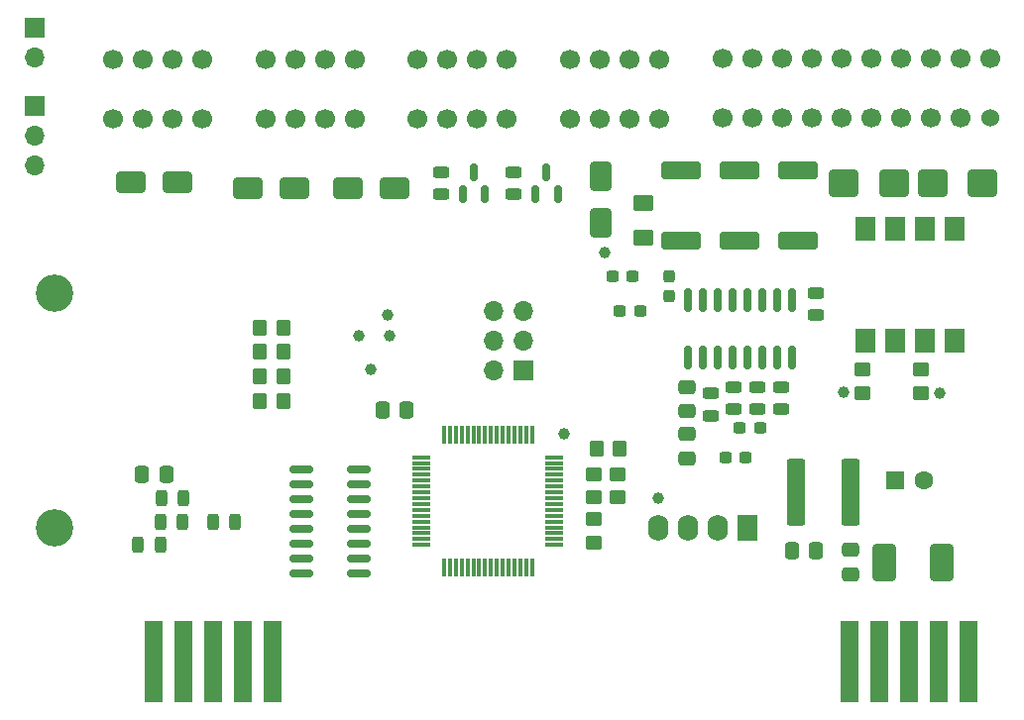
<source format=gbr>
%TF.GenerationSoftware,KiCad,Pcbnew,7.0.9*%
%TF.CreationDate,2024-06-20T13:45:24+03:00*%
%TF.ProjectId,_____ _______ _______ __________,1f3b3042-3020-4323-9d35-483d38452048,rev?*%
%TF.SameCoordinates,Original*%
%TF.FileFunction,Soldermask,Top*%
%TF.FilePolarity,Negative*%
%FSLAX46Y46*%
G04 Gerber Fmt 4.6, Leading zero omitted, Abs format (unit mm)*
G04 Created by KiCad (PCBNEW 7.0.9) date 2024-06-20 13:45:24*
%MOMM*%
%LPD*%
G01*
G04 APERTURE LIST*
G04 Aperture macros list*
%AMRoundRect*
0 Rectangle with rounded corners*
0 $1 Rounding radius*
0 $2 $3 $4 $5 $6 $7 $8 $9 X,Y pos of 4 corners*
0 Add a 4 corners polygon primitive as box body*
4,1,4,$2,$3,$4,$5,$6,$7,$8,$9,$2,$3,0*
0 Add four circle primitives for the rounded corners*
1,1,$1+$1,$2,$3*
1,1,$1+$1,$4,$5*
1,1,$1+$1,$6,$7*
1,1,$1+$1,$8,$9*
0 Add four rect primitives between the rounded corners*
20,1,$1+$1,$2,$3,$4,$5,0*
20,1,$1+$1,$4,$5,$6,$7,0*
20,1,$1+$1,$6,$7,$8,$9,0*
20,1,$1+$1,$8,$9,$2,$3,0*%
G04 Aperture macros list end*
%ADD10RoundRect,0.250000X0.450000X-0.350000X0.450000X0.350000X-0.450000X0.350000X-0.450000X-0.350000X0*%
%ADD11RoundRect,0.249999X-1.425001X0.512501X-1.425001X-0.512501X1.425001X-0.512501X1.425001X0.512501X0*%
%ADD12R,1.700000X1.700000*%
%ADD13O,1.700000X1.700000*%
%ADD14RoundRect,0.243750X0.243750X0.456250X-0.243750X0.456250X-0.243750X-0.456250X0.243750X-0.456250X0*%
%ADD15R,1.750000X2.250000*%
%ADD16O,1.750000X2.250000*%
%ADD17RoundRect,0.243750X0.456250X-0.243750X0.456250X0.243750X-0.456250X0.243750X-0.456250X-0.243750X0*%
%ADD18RoundRect,0.250000X-0.350000X-0.450000X0.350000X-0.450000X0.350000X0.450000X-0.350000X0.450000X0*%
%ADD19C,1.700000*%
%ADD20R,1.600000X1.600000*%
%ADD21C,1.600000*%
%ADD22C,3.200000*%
%ADD23RoundRect,0.250000X-0.450000X0.350000X-0.450000X-0.350000X0.450000X-0.350000X0.450000X0.350000X0*%
%ADD24RoundRect,0.243750X-0.456250X0.243750X-0.456250X-0.243750X0.456250X-0.243750X0.456250X0.243750X0*%
%ADD25C,1.000000*%
%ADD26RoundRect,0.243750X-0.243750X-0.456250X0.243750X-0.456250X0.243750X0.456250X-0.243750X0.456250X0*%
%ADD27RoundRect,0.250000X0.550000X2.600000X-0.550000X2.600000X-0.550000X-2.600000X0.550000X-2.600000X0*%
%ADD28RoundRect,0.237500X-0.300000X-0.237500X0.300000X-0.237500X0.300000X0.237500X-0.300000X0.237500X0*%
%ADD29RoundRect,0.237500X0.300000X0.237500X-0.300000X0.237500X-0.300000X-0.237500X0.300000X-0.237500X0*%
%ADD30RoundRect,0.250000X0.475000X-0.337500X0.475000X0.337500X-0.475000X0.337500X-0.475000X-0.337500X0*%
%ADD31RoundRect,0.150000X0.150000X-0.587500X0.150000X0.587500X-0.150000X0.587500X-0.150000X-0.587500X0*%
%ADD32C,1.524000*%
%ADD33RoundRect,0.075000X0.700000X0.075000X-0.700000X0.075000X-0.700000X-0.075000X0.700000X-0.075000X0*%
%ADD34RoundRect,0.075000X0.075000X0.700000X-0.075000X0.700000X-0.075000X-0.700000X0.075000X-0.700000X0*%
%ADD35RoundRect,0.250000X0.650000X-1.000000X0.650000X1.000000X-0.650000X1.000000X-0.650000X-1.000000X0*%
%ADD36RoundRect,0.250000X-1.000000X-0.650000X1.000000X-0.650000X1.000000X0.650000X-1.000000X0.650000X0*%
%ADD37R,1.780000X2.000000*%
%ADD38RoundRect,0.250000X-0.337500X-0.475000X0.337500X-0.475000X0.337500X0.475000X-0.337500X0.475000X0*%
%ADD39RoundRect,0.250000X-1.000000X-0.900000X1.000000X-0.900000X1.000000X0.900000X-1.000000X0.900000X0*%
%ADD40RoundRect,0.250000X-0.475000X0.337500X-0.475000X-0.337500X0.475000X-0.337500X0.475000X0.337500X0*%
%ADD41RoundRect,0.150000X0.150000X-0.825000X0.150000X0.825000X-0.150000X0.825000X-0.150000X-0.825000X0*%
%ADD42R,1.524000X7.000000*%
%ADD43RoundRect,0.250000X1.000000X0.650000X-1.000000X0.650000X-1.000000X-0.650000X1.000000X-0.650000X0*%
%ADD44RoundRect,0.250000X0.337500X0.475000X-0.337500X0.475000X-0.337500X-0.475000X0.337500X-0.475000X0*%
%ADD45RoundRect,0.237500X0.237500X-0.300000X0.237500X0.300000X-0.237500X0.300000X-0.237500X-0.300000X0*%
%ADD46RoundRect,0.250000X-0.730000X-1.325000X0.730000X-1.325000X0.730000X1.325000X-0.730000X1.325000X0*%
%ADD47RoundRect,0.250000X1.000000X0.900000X-1.000000X0.900000X-1.000000X-0.900000X1.000000X-0.900000X0*%
%ADD48RoundRect,0.150000X0.825000X0.150000X-0.825000X0.150000X-0.825000X-0.150000X0.825000X-0.150000X0*%
%ADD49RoundRect,0.250001X0.624999X-0.462499X0.624999X0.462499X-0.624999X0.462499X-0.624999X-0.462499X0*%
G04 APERTURE END LIST*
D10*
%TO.C,C4*%
X141100000Y-112452500D03*
X141100000Y-110452500D03*
%TD*%
D11*
%TO.C,R9*%
X146500000Y-84512500D03*
X146500000Y-90487500D03*
%TD*%
D12*
%TO.C,J7*%
X91250000Y-79000000D03*
D13*
X91250000Y-81540000D03*
X91250000Y-84080000D03*
%TD*%
D14*
%TO.C,R1*%
X104000000Y-112500000D03*
X102125000Y-112500000D03*
%TD*%
D15*
%TO.C,U5*%
X152120000Y-115000000D03*
D16*
X149580000Y-115000000D03*
X147040000Y-115000000D03*
X144500000Y-115000000D03*
%TD*%
D11*
%TO.C,R12*%
X151500000Y-84512500D03*
X151500000Y-90487500D03*
%TD*%
D17*
%TO.C,R17*%
X153000000Y-104875000D03*
X153000000Y-103000000D03*
%TD*%
D18*
%TO.C,C6*%
X139250000Y-108250000D03*
X141250000Y-108250000D03*
%TD*%
D19*
%TO.C,J3*%
X105620000Y-75000000D03*
X105620000Y-80080000D03*
X103080000Y-75000000D03*
X103080000Y-80080000D03*
X100540000Y-75000000D03*
X100540000Y-80080000D03*
X98000000Y-75000000D03*
X98000000Y-80080000D03*
%TD*%
D20*
%TO.C,C14*%
X164750000Y-111000000D03*
D21*
X167250000Y-111000000D03*
%TD*%
D22*
%TO.C,H2*%
X93000000Y-115000000D03*
%TD*%
D23*
%TO.C,C7*%
X139000000Y-114300000D03*
X139000000Y-116300000D03*
%TD*%
D18*
%TO.C,R38*%
X110500000Y-97900000D03*
X112500000Y-97900000D03*
%TD*%
D19*
%TO.C,J5*%
X131620000Y-75000000D03*
X131620000Y-80080000D03*
X129080000Y-75000000D03*
X129080000Y-80080000D03*
X126540000Y-75000000D03*
X126540000Y-80080000D03*
X124000000Y-75000000D03*
X124000000Y-80080000D03*
%TD*%
D24*
%TO.C,R19*%
X158000000Y-95000000D03*
X158000000Y-96875000D03*
%TD*%
D25*
%TO.C,TP15*%
X121600000Y-98600000D03*
%TD*%
D26*
%TO.C,R8*%
X106500000Y-114500000D03*
X108375000Y-114500000D03*
%TD*%
D10*
%TO.C,C3*%
X139047500Y-112452500D03*
X139047500Y-110452500D03*
%TD*%
D27*
%TO.C,L1*%
X161000000Y-112000000D03*
X156300000Y-112000000D03*
%TD*%
D17*
%TO.C,R15*%
X149000000Y-105437500D03*
X149000000Y-103562500D03*
%TD*%
D28*
%TO.C,C24*%
X141275000Y-96500000D03*
X143000000Y-96500000D03*
%TD*%
D25*
%TO.C,TP6*%
X119000000Y-98600000D03*
%TD*%
D29*
%TO.C,C37*%
X152000000Y-109000000D03*
X150275000Y-109000000D03*
%TD*%
D30*
%TO.C,C18*%
X147000000Y-105075000D03*
X147000000Y-103000000D03*
%TD*%
D31*
%TO.C,Q4*%
X134050000Y-86500000D03*
X135950000Y-86500000D03*
X135000000Y-84625000D03*
%TD*%
D23*
%TO.C,R46*%
X162000000Y-101500000D03*
X162000000Y-103500000D03*
%TD*%
D19*
%TO.C,J2*%
X172860000Y-74920000D03*
D32*
X172860000Y-80000000D03*
D19*
X170320000Y-74920000D03*
X170320000Y-80000000D03*
X167780000Y-74920000D03*
X167780000Y-80000000D03*
X165240000Y-74920000D03*
X165240000Y-80000000D03*
X162700000Y-74920000D03*
X162700000Y-80000000D03*
X160160000Y-74920000D03*
X160160000Y-80000000D03*
X157620000Y-74920000D03*
X157620000Y-80000000D03*
X155080000Y-74920000D03*
X155080000Y-80000000D03*
X152540000Y-74920000D03*
X152540000Y-80000000D03*
X150000000Y-74920000D03*
X150000000Y-80000000D03*
%TD*%
D33*
%TO.C,U3*%
X135675000Y-116500000D03*
X135675000Y-116000000D03*
X135675000Y-115500000D03*
X135675000Y-115000000D03*
X135675000Y-114500000D03*
X135675000Y-114000000D03*
X135675000Y-113500000D03*
X135675000Y-113000000D03*
X135675000Y-112500000D03*
X135675000Y-112000000D03*
X135675000Y-111500000D03*
X135675000Y-111000000D03*
X135675000Y-110500000D03*
X135675000Y-110000000D03*
X135675000Y-109500000D03*
X135675000Y-109000000D03*
D34*
X133750000Y-107075000D03*
X133250000Y-107075000D03*
X132750000Y-107075000D03*
X132250000Y-107075000D03*
X131750000Y-107075000D03*
X131250000Y-107075000D03*
X130750000Y-107075000D03*
X130250000Y-107075000D03*
X129750000Y-107075000D03*
X129250000Y-107075000D03*
X128750000Y-107075000D03*
X128250000Y-107075000D03*
X127750000Y-107075000D03*
X127250000Y-107075000D03*
X126750000Y-107075000D03*
X126250000Y-107075000D03*
D33*
X124325000Y-109000000D03*
X124325000Y-109500000D03*
X124325000Y-110000000D03*
X124325000Y-110500000D03*
X124325000Y-111000000D03*
X124325000Y-111500000D03*
X124325000Y-112000000D03*
X124325000Y-112500000D03*
X124325000Y-113000000D03*
X124325000Y-113500000D03*
X124325000Y-114000000D03*
X124325000Y-114500000D03*
X124325000Y-115000000D03*
X124325000Y-115500000D03*
X124325000Y-116000000D03*
X124325000Y-116500000D03*
D34*
X126250000Y-118425000D03*
X126750000Y-118425000D03*
X127250000Y-118425000D03*
X127750000Y-118425000D03*
X128250000Y-118425000D03*
X128750000Y-118425000D03*
X129250000Y-118425000D03*
X129750000Y-118425000D03*
X130250000Y-118425000D03*
X130750000Y-118425000D03*
X131250000Y-118425000D03*
X131750000Y-118425000D03*
X132250000Y-118425000D03*
X132750000Y-118425000D03*
X133250000Y-118425000D03*
X133750000Y-118425000D03*
%TD*%
D19*
%TO.C,J4*%
X118620000Y-75000000D03*
X118620000Y-80080000D03*
X116080000Y-75000000D03*
X116080000Y-80080000D03*
X113540000Y-75000000D03*
X113540000Y-80080000D03*
X111000000Y-75000000D03*
X111000000Y-80080000D03*
%TD*%
D25*
%TO.C,TP23*%
X136500000Y-107000000D03*
%TD*%
D18*
%TO.C,R37*%
X110500000Y-104200000D03*
X112500000Y-104200000D03*
%TD*%
D35*
%TO.C,D6*%
X139601036Y-88962588D03*
X139601036Y-84962588D03*
%TD*%
D36*
%TO.C,D5*%
X118000000Y-86000000D03*
X122000000Y-86000000D03*
%TD*%
D28*
%TO.C,C23*%
X140637500Y-93500000D03*
X142362500Y-93500000D03*
%TD*%
D37*
%TO.C,OC2*%
X169810000Y-89485000D03*
X167270000Y-89485000D03*
X164730000Y-89485000D03*
X162190000Y-89485000D03*
X162190000Y-99015000D03*
X164730000Y-99015000D03*
X167270000Y-99015000D03*
X169810000Y-99015000D03*
%TD*%
D23*
%TO.C,R43*%
X167000000Y-101500000D03*
X167000000Y-103500000D03*
%TD*%
D25*
%TO.C,TP12*%
X121400000Y-96800000D03*
%TD*%
D38*
%TO.C,C22*%
X120962500Y-105000000D03*
X123037500Y-105000000D03*
%TD*%
D31*
%TO.C,Q5*%
X127850000Y-86500000D03*
X129750000Y-86500000D03*
X128800000Y-84625000D03*
%TD*%
D28*
%TO.C,C38*%
X151500000Y-106500000D03*
X153225000Y-106500000D03*
%TD*%
D17*
%TO.C,R7*%
X126000000Y-86500000D03*
X126000000Y-84625000D03*
%TD*%
D25*
%TO.C,TP17*%
X140000000Y-91500000D03*
%TD*%
D39*
%TO.C,D8*%
X160400000Y-85600000D03*
X164700000Y-85600000D03*
%TD*%
D36*
%TO.C,D4*%
X109500000Y-86000000D03*
X113500000Y-86000000D03*
%TD*%
D11*
%TO.C,R20*%
X156500000Y-84512500D03*
X156500000Y-90487500D03*
%TD*%
D17*
%TO.C,R16*%
X151000000Y-104875000D03*
X151000000Y-103000000D03*
%TD*%
D25*
%TO.C,TP2*%
X120000000Y-101500000D03*
%TD*%
D17*
%TO.C,R18*%
X155000000Y-104875000D03*
X155000000Y-103000000D03*
%TD*%
D14*
%TO.C,R3*%
X102000000Y-116500000D03*
X100125000Y-116500000D03*
%TD*%
%TO.C,R6*%
X103937500Y-114500000D03*
X102062500Y-114500000D03*
%TD*%
D40*
%TO.C,C11*%
X161000000Y-116925000D03*
X161000000Y-119000000D03*
%TD*%
D25*
%TO.C,TP19*%
X160400000Y-103400000D03*
%TD*%
D41*
%TO.C,U4*%
X147055000Y-100475000D03*
X148325000Y-100475000D03*
X149595000Y-100475000D03*
X150865000Y-100475000D03*
X152135000Y-100475000D03*
X153405000Y-100475000D03*
X154675000Y-100475000D03*
X155945000Y-100475000D03*
X155945000Y-95525000D03*
X154675000Y-95525000D03*
X153405000Y-95525000D03*
X152135000Y-95525000D03*
X150865000Y-95525000D03*
X149595000Y-95525000D03*
X148325000Y-95525000D03*
X147055000Y-95525000D03*
%TD*%
D38*
%TO.C,C12*%
X155925000Y-117000000D03*
X158000000Y-117000000D03*
%TD*%
D12*
%TO.C,J8*%
X91250000Y-72250000D03*
D13*
X91250000Y-74790000D03*
%TD*%
D22*
%TO.C,H1*%
X93000000Y-95000000D03*
%TD*%
D42*
%TO.C,RS1*%
X101460000Y-126500000D03*
X104000000Y-126500000D03*
X106540000Y-126500000D03*
X109080000Y-126500000D03*
X111620000Y-126500000D03*
X111620000Y-126500000D03*
X109080000Y-126500000D03*
X106540000Y-126500000D03*
X104000000Y-126500000D03*
X101460000Y-126500000D03*
%TD*%
%TO.C,RS2*%
X160840000Y-126500000D03*
X163380000Y-126500000D03*
X165920000Y-126500000D03*
X168460000Y-126500000D03*
X171000000Y-126500000D03*
X171000000Y-126500000D03*
X168460000Y-126500000D03*
X165920000Y-126500000D03*
X163380000Y-126500000D03*
X160840000Y-126500000D03*
%TD*%
D43*
%TO.C,D3*%
X103500000Y-85500000D03*
X99500000Y-85500000D03*
%TD*%
D44*
%TO.C,C5*%
X102537500Y-110500000D03*
X100462500Y-110500000D03*
%TD*%
D12*
%TO.C,J1*%
X133000000Y-101540000D03*
D13*
X130460000Y-101540000D03*
X133000000Y-99000000D03*
X130460000Y-99000000D03*
X133000000Y-96460000D03*
X130460000Y-96460000D03*
%TD*%
D45*
%TO.C,C19*%
X145500000Y-95225000D03*
X145500000Y-93500000D03*
%TD*%
D18*
%TO.C,R36*%
X110500000Y-102100000D03*
X112500000Y-102100000D03*
%TD*%
D25*
%TO.C,TP4*%
X144500000Y-112500000D03*
%TD*%
D46*
%TO.C,F1*%
X163840000Y-118000000D03*
X168750000Y-118000000D03*
%TD*%
D47*
%TO.C,D7*%
X172250000Y-85600000D03*
X167950000Y-85600000D03*
%TD*%
D25*
%TO.C,TP18*%
X168600000Y-103500000D03*
%TD*%
D48*
%TO.C,U9*%
X118975000Y-118945000D03*
X118975000Y-117675000D03*
X118975000Y-116405000D03*
X118975000Y-115135000D03*
X118975000Y-113865000D03*
X118975000Y-112595000D03*
X118975000Y-111325000D03*
X118975000Y-110055000D03*
X114025000Y-110055000D03*
X114025000Y-111325000D03*
X114025000Y-112595000D03*
X114025000Y-113865000D03*
X114025000Y-115135000D03*
X114025000Y-116405000D03*
X114025000Y-117675000D03*
X114025000Y-118945000D03*
%TD*%
D18*
%TO.C,R35*%
X110500000Y-100000000D03*
X112500000Y-100000000D03*
%TD*%
D49*
%TO.C,R47*%
X143250000Y-90250000D03*
X143250000Y-87275000D03*
%TD*%
D24*
%TO.C,R5*%
X132199293Y-84625000D03*
X132199293Y-86500000D03*
%TD*%
D19*
%TO.C,J6*%
X144620000Y-75000000D03*
X144620000Y-80080000D03*
X142080000Y-75000000D03*
X142080000Y-80080000D03*
X139540000Y-75000000D03*
X139540000Y-80080000D03*
X137000000Y-75000000D03*
X137000000Y-80080000D03*
%TD*%
D40*
%TO.C,C39*%
X147000000Y-107000000D03*
X147000000Y-109075000D03*
%TD*%
M02*

</source>
